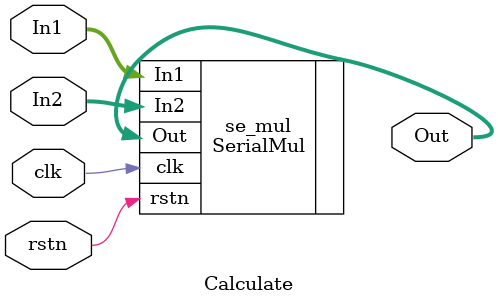
<source format=v>
`timescale 1ns / 1ps

// 计算模块
module Calculate (
    input wire [1023:0]  In1,
    input wire [1023:0]  In2,
    input wire           clk,
    input wire           rstn,
    output wire [2047:0] Out
);

    // 使用移位-加串行迭代乘法
    SerialMul se_mul (
        .In1    (In1),
        .In2    (In2),
        .clk    (clk),
        .rstn   (rstn),

        .Out    (Out)
    );

endmodule
</source>
